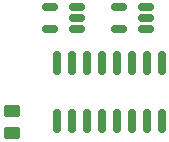
<source format=gbr>
%TF.GenerationSoftware,KiCad,Pcbnew,7.0.7*%
%TF.CreationDate,2023-10-02T10:19:24+01:00*%
%TF.ProjectId,8052-MCU,38303532-2d4d-4435-952e-6b696361645f,0.1*%
%TF.SameCoordinates,Original*%
%TF.FileFunction,Paste,Top*%
%TF.FilePolarity,Positive*%
%FSLAX46Y46*%
G04 Gerber Fmt 4.6, Leading zero omitted, Abs format (unit mm)*
G04 Created by KiCad (PCBNEW 7.0.7) date 2023-10-02 10:19:24*
%MOMM*%
%LPD*%
G01*
G04 APERTURE LIST*
G04 Aperture macros list*
%AMRoundRect*
0 Rectangle with rounded corners*
0 $1 Rounding radius*
0 $2 $3 $4 $5 $6 $7 $8 $9 X,Y pos of 4 corners*
0 Add a 4 corners polygon primitive as box body*
4,1,4,$2,$3,$4,$5,$6,$7,$8,$9,$2,$3,0*
0 Add four circle primitives for the rounded corners*
1,1,$1+$1,$2,$3*
1,1,$1+$1,$4,$5*
1,1,$1+$1,$6,$7*
1,1,$1+$1,$8,$9*
0 Add four rect primitives between the rounded corners*
20,1,$1+$1,$2,$3,$4,$5,0*
20,1,$1+$1,$4,$5,$6,$7,0*
20,1,$1+$1,$6,$7,$8,$9,0*
20,1,$1+$1,$8,$9,$2,$3,0*%
G04 Aperture macros list end*
%ADD10RoundRect,0.150000X0.512500X0.150000X-0.512500X0.150000X-0.512500X-0.150000X0.512500X-0.150000X0*%
%ADD11RoundRect,0.150000X-0.150000X0.825000X-0.150000X-0.825000X0.150000X-0.825000X0.150000X0.825000X0*%
%ADD12RoundRect,0.250000X0.450000X-0.262500X0.450000X0.262500X-0.450000X0.262500X-0.450000X-0.262500X0*%
G04 APERTURE END LIST*
D10*
%TO.C,U6*%
X136337500Y-93450000D03*
X136337500Y-92500000D03*
X136337500Y-91550000D03*
X134062500Y-91550000D03*
X134062500Y-93450000D03*
%TD*%
%TO.C,U10*%
X130475000Y-93450000D03*
X130475000Y-92500000D03*
X130475000Y-91550000D03*
X128200000Y-91550000D03*
X128200000Y-93450000D03*
%TD*%
D11*
%TO.C,U7*%
X137680000Y-96300000D03*
X136410000Y-96300000D03*
X135140000Y-96300000D03*
X133870000Y-96300000D03*
X132600000Y-96300000D03*
X131330000Y-96300000D03*
X130060000Y-96300000D03*
X128790000Y-96300000D03*
X128790000Y-101250000D03*
X130060000Y-101250000D03*
X131330000Y-101250000D03*
X132600000Y-101250000D03*
X133870000Y-101250000D03*
X135140000Y-101250000D03*
X136410000Y-101250000D03*
X137680000Y-101250000D03*
%TD*%
D12*
%TO.C,R1*%
X125000000Y-102212500D03*
X125000000Y-100387500D03*
%TD*%
M02*

</source>
